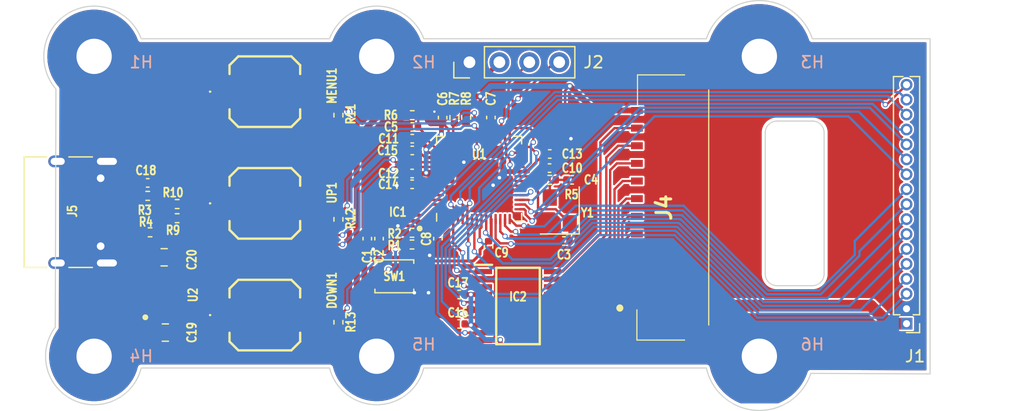
<source format=kicad_pcb>
(kicad_pcb (version 20221018) (generator pcbnew)
  (layers (0 "F.Cu" signal) (31 "B.Cu" signal) (34 "B.Paste" user) (35 "F.Paste" user) (36 "B.SilkS" user "B.Silkscreen") (37 "F.SilkS" user "F.Silkscreen") (38 "B.Mask" user) (39 "F.Mask" user) (44 "Edge.Cuts" user))
  (net 0 "")
  (net 1 "+3.3V")
  (net 2 "GND")
  (net 3 "Net-(U1-XIN)")
  (net 4 "Net-(C4-Pad1)")
  (net 5 "/uc block/ADC_AVDD")
  (net 6 "+1V1")
  (net 7 "+5V")
  (net 8 "/uc block/QSPI_CS")
  (net 9 "/uc block/QSPI_1")
  (net 10 "/uc block/QSPI_2")
  (net 11 "/uc block/QSPI_0")
  (net 12 "/uc block/QSPI_CLK")
  (net 13 "/uc block/QSPI_3")
  (net 14 "/LVDS TX BLOCK/TX1")
  (net 15 "/LVDS TX BLOCK/TX2")
  (net 16 "/LVDS TX BLOCK/TX3")
  (net 17 "/LVDS TX BLOCK/TX4")
  (net 18 "/LVDS TX BLOCK/RX1")
  (net 19 "/LVDS TX BLOCK/5B")
  (net 20 "/LVDS TX BLOCK/5A")
  (net 21 "/LVDS TX BLOCK/4Z")
  (net 22 "/LVDS TX BLOCK/4Y")
  (net 23 "/LVDS TX BLOCK/3Z")
  (net 24 "/LVDS TX BLOCK/3Y")
  (net 25 "/LVDS TX BLOCK/2Z")
  (net 26 "/LVDS TX BLOCK/2Y")
  (net 27 "/LVDS TX BLOCK/1Z")
  (net 28 "/LVDS TX BLOCK/1Y")
  (net 29 "/uc block/CS12")
  (net 30 "/uc block/CS11")
  (net 31 "/uc block/CS10")
  (net 32 "/uc block/CS9")
  (net 33 "/uc block/CS8")
  (net 34 "/uc block/CS7")
  (net 35 "/uc block/CS6")
  (net 36 "/uc block/CS5")
  (net 37 "/uc block/CS4")
  (net 38 "/uc block/CS3")
  (net 39 "/uc block/CS2")
  (net 40 "/uc block/CS1")
  (net 41 "/uc block/SCK")
  (net 42 "/uc block/SDO")
  (net 43 "/uc block/SDI")
  (net 44 "/uc block/SDA")
  (net 45 "/uc block/SCL")
  (net 46 "Net-(J5-CC1)")
  (net 47 "/USB BLOCK/D+")
  (net 48 "/USB BLOCK/D-")
  (net 50 "Net-(J5-CC2)")
  (net 52 "/uc block/Boot")
  (net 53 "Net-(U1-XOUT)")
  (net 54 "/uc block/GPIO_29")
  (net 55 "Net-(U1-USB_DP)")
  (net 56 "Net-(U1-USB_DM)")
  (net 57 "/uc block/SW1")
  (net 58 "/uc block/SW2")
  (net 59 "/uc block/SW3")
  (net 60 "/uc block/RESET")
  (footprint "Connector_PinHeader_2.54mm:PinHeader_1x04_P2.54mm_Vertical" (layer "F.Cu") (at 143.88 102 90)
    (fp_text reference "J2")
    (fp_text value "Conn_01x04")
  )
  (footprint "Resistor_SMD:R_0402_1005Metric" (layer "F.Cu") (at 119.0524 114.0606)
    (fp_text reference "R10")
    (fp_text value "27R")
  )
  (footprint "SamacSys_Parts:430133050816" (layer "F.Cu") (at 126.5 104.5)
    (fp_text reference "MENU1")
    (fp_text value "430133050816" hide)
  )
  (footprint "Resistor_SMD:R_0402_1005Metric" (layer "F.Cu") (at 142.6 106.69 90)
    (fp_text reference "R7")
    (fp_text value "200K")
  )
  (footprint "Resistor_SMD:R_0402_1005Metric" (layer "F.Cu") (at 139 117.5)
    (fp_text reference "R1")
    (fp_text value "1K")
  )
  (footprint "Capacitor_SMD:C_0402_1005Metric" (layer "F.Cu") (at 139.02 107.5 180)
    (fp_text reference "C5")
    (fp_text value "0.1uF")
  )
  (footprint "Resistor_SMD:R_0402_1005Metric" (layer "F.Cu") (at 116.5524 113.3606)
    (fp_text reference "R3")
    (fp_text value "5.1k")
  )
  (footprint "Capacitor_SMD:C_0402_1005Metric" (layer "F.Cu") (at 150.7 109.8)
    (fp_text reference "C13")
    (fp_text value "0.1uF")
  )
  (footprint "SamacSys_Parts:SON50P300X200X60-9N" (layer "F.Cu") (at 137.8 114.7375 180)
    (fp_text reference "IC1")
    (fp_text value "W25Q16JVUXIQ_TR" hide)
  )
  (footprint "Crystal:Crystal_SMD_3225-4Pin_3.2x2.5mm" (layer "F.Cu") (at 151.55 114.6 90)
    (fp_text reference "Y1")
    (fp_text value "ABM8-12.000MHZ-12-B1U-T" hide)
  )
  (footprint "Package_DFN_QFN:QFN-56-1EP_7x7mm_P0.4mm_EP3.2x3.2mm" (layer "F.Cu") (at 144.7 111.9 90)
    (fp_text reference "U1")
    (fp_text value "RP2040")
  )
  (footprint "Capacitor_SMD:C_0402_1005Metric" (layer "F.Cu") (at 136.2 117 -90)
    (fp_text reference "C2")
    (fp_text value "2.2uF")
  )
  (footprint "SamacSys_Parts:430133050816" (layer "F.Cu") (at 126.5 114)
    (fp_text reference "UP1")
    (fp_text value "430133050816" hide)
  )
  (footprint "Capacitor_SMD:C_0402_1005Metric" (layer "F.Cu") (at 141.6 106.7075 90)
    (fp_text reference "C6")
    (fp_text value "0.1uF")
  )
  (footprint "Capacitor_SMD:C_0402_1005Metric" (layer "F.Cu") (at 139.02 109.5 180)
    (fp_text reference "C15")
    (fp_text value "2.2uF")
  )
  (footprint "Capacitor_SMD:C_0402_1005Metric" (layer "F.Cu") (at 139.01 111.46 180)
    (fp_text reference "C12")
    (fp_text value "2.2uF")
  )
  (footprint "Resistor_SMD:R_0402_1005Metric" (layer "F.Cu") (at 143.6 106.69 -90)
    (fp_text reference "R8")
    (fp_text value "200K")
  )
  (footprint "Resistor_SMD:R_0402_1005Metric" (layer "F.Cu") (at 119.0524 115.2606)
    (fp_text reference "R9")
    (fp_text value "27R")
  )
  (footprint "Capacitor_SMD:C_0402_1005Metric" (layer "F.Cu") (at 150.68 111)
    (fp_text reference "C10")
    (fp_text value "0.1uF")
  )
  (footprint "Capacitor_SMD:C_0805_2012Metric" (layer "F.Cu") (at 118.05 124.9866)
    (fp_text reference "C19")
    (fp_text value "10uF 10V")
  )
  (footprint "Connector_USB:USB_C_Receptacle_HRO_TYPE-C-31-M-12" (layer "F.Cu") (at 109.955 114.75 -90)
    (fp_text reference "J5")
    (fp_text value "USB_C_Receptacle_USB2.0")
  )
  (footprint "SamacSys_Parts:430133050816" (layer "F.Cu") (at 126.5 123.5)
    (fp_text reference "DOWN1")
    (fp_text value "430133050816" hide)
  )
  (footprint "Capacitor_SMD:C_0402_1005Metric" (layer "F.Cu") (at 116.5524 112.2606)
    (fp_text reference "C18")
    (fp_text value "0.1uF")
  )
  (footprint "SamacSys_Parts:SON95P300X300X100-7N-D" (layer "F.Cu") (at 118 121.7866 90)
    (fp_text reference "U2")
    (fp_text value "LD39200PU33R" hide)
  )
  (footprint "Resistor_SMD:R_0402_1005Metric" (layer "F.Cu") (at 150.7 112 180)
    (fp_text reference "R5")
    (fp_text value "1K")
  )
  (footprint "SamacSys_Parts:PinHeader_1x17_P1.27mm_Vertical-modified" (layer "F.Cu") (at 181 124.230003 180)
    (fp_text reference "J1")
    (fp_text value "Conn_01x17")
  )
  (footprint "Capacitor_SMD:C_0402_1005Metric" (layer "F.Cu") (at 151.9 117.2 180)
    (fp_text reference "C3")
    (fp_text value "15pF")
  )
  (footprint "Resistor_SMD:R_0402_1005Metric" (layer "F.Cu") (at 132.75 124.11 -90)
    (fp_text reference "R13")
    (fp_text value "10k")
  )
  (footprint "Resistor_SMD:R_0402_1005Metric" (layer "F.Cu") (at 132.75 106.5 -90)
    (fp_text reference "R11")
    (fp_text value "10k")
  )
  (footprint "Capacitor_SMD:C_0402_1005Metric" (layer "F.Cu") (at 139.02 108.5 180)
    (fp_text reference "C11")
    (fp_text value "0.1uF")
  )
  (footprint "Resistor_SMD:R_0402_1005Metric" (layer "F.Cu") (at 139.02 106.5)
    (fp_text reference "R6")
    (fp_text value "1R")
  )
  (footprint "Capacitor_SMD:C_0402_1005Metric" (layer "F.Cu") (at 143 124.25 180)
    (fp_text reference "C16")
    (fp_text value "0.1uF")
  )
  (footprint "Capacitor_SMD:C_0402_1005Metric" (layer "F.Cu") (at 152.6 112)
    (fp_text reference "C4")
    (fp_text value "15pF")
  )
  (footprint "Capacitor_SMD:C_0402_1005Metric" (layer "F.Cu") (at 143 121.75 180)
    (fp_text reference "C17")
    (fp_text value "0.001uF")
  )
  (footprint "Resistor_SMD:R_0402_1005Metric" (layer "F.Cu") (at 139 116.5)
    (fp_text reference "R2")
    (fp_text value "10K")
  )
  (footprint "Capacitor_SMD:C_0402_1005Metric" (layer "F.Cu") (at 141.2 117 -90)
    (fp_text reference "C8")
    (fp_text value "0.1uF")
  )
  (footprint "Capacitor_SMD:C_0402_1005Metric" (layer "F.Cu") (at 145.5 117.7 -90)
    (fp_text reference "C9")
    (fp_text value "0.1uF")
  )
  (footprint "Capacitor_SMD:C_0805_2012Metric" (layer "F.Cu") (at 117.95 118.5866)
    (fp_text reference "C20")
    (fp_text value "10uF 10V")
  )
  (footprint "SamacSys_Parts:5040501291" (layer "F.Cu") (at 161.15 114.35 -90)
    (fp_text reference "J4")
    (fp_text value "504050-1291" hide)
  )
  (footprint "Capacitor_SMD:C_0402_1005Metric" (layer "F.Cu") (at 135.2 117 -90)
    (fp_text reference "C1")
    (fp_text value "0.1uF")
  )
  (footprint "Resistor_SMD:R_0402_1005Metric" (layer "F.Cu") (at 116.7524 116.4606)
    (fp_text reference "R4")
    (fp_text value "5.1k")
  )
  (footprint "Button_Switch_SMD:SW_SPST_B3U-1000P" (layer "F.Cu") (at 137.5 120.2)
    (fp_text reference "SW1")
    (fp_text value "Boot SW")
  )
  (footprint "Resistor_SMD:R_0402_1005Metric" (layer "F.Cu") (at 132.75 115.36 -90)
    (fp_text reference "R12")
    (fp_text value "10k")
  )
  (footprint "Capacitor_SMD:C_0402_1005Metric" (layer "F.Cu") (at 145.7 106.7 90)
    (fp_text reference "C7")
    (fp_text value "0.1uF")
  )
  (footprint "SamacSys_Parts:SOP65P640X120-20N" (layer "F.Cu") (at 148 122.725)
    (fp_text reference "IC2")
    (fp_text value "SN65LVDT41QPWREP" hide)
  )
  (footprint "Capacitor_SMD:C_0402_1005Metric" (layer "F.Cu") (at 139.01 112.38 180)
    (fp_text reference "C14")
    (fp_text value "0.1uF")
  )
  (footprint "Mounting_Wuerth:Mounting_Wuerth_WA-SMSI-M2_H2mm_9774020243" (layer "B.Cu") (at 136 127 180)
    (fp_text reference "H5")
    (fp_text value "MountingHole_Pad" hide)
  )
  (footprint "Mounting_Wuerth:Mounting_Wuerth_WA-SMSI-M2_H2mm_9774020243" (layer "B.Cu") (at 168.5 101.5 180)
    (fp_text reference "H3")
    (fp_text value "MountingHole_Pad" hide)
  )
  (footprint "Mounting_Wuerth:Mounting_Wuerth_WA-SMSI-M2_H2mm_9774020243" (layer "B.Cu") (at 136 101.5 180)
    (fp_text reference "H2")
    (fp_text value "MountingHole_Pad" hide)
  )
  (footprint "Mounting_Wuerth:Mounting_Wuerth_WA-SMSI-M2_H2mm_9774020243" (layer "B.Cu") (at 112 127 180)
    (fp_text reference "H4")
    (fp_text value "MountingHole_Pad" hide)
  )
  (footprint "Mounting_Wuerth:Mounting_Wuerth_WA-SMSI-M2_H2mm_9774020243" (layer "B.Cu") (at 168.5 127 180)
    (fp_text reference "H6")
    (fp_text value "MountingHole_Pad" hide)
  )
  (footprint "Mounting_Wuerth:Mounting_Wuerth_WA-SMSI-M2_H2mm_9774020243" (layer "B.Cu") (at 112 101.5 180)
    (fp_text reference "H1")
    (fp_text value "MountingHole_Pad" hide)
  )
  (gr_line (start 116 128) (end 132 128) (stroke (width 0.1)) (layer "Edge.Cuts"))
  (gr_line (start 170 107) (end 173 107) (stroke (width 0.1)) (layer "Edge.Cuts"))
  (gr_line (start 108.756455 104.280181) (end 108.701516 124.526137) (stroke (width 0.1)) (layer "Edge.Cuts"))
  (gr_line (start 116 100) (end 132 100) (stroke (width 0.1)) (layer "Edge.Cuts"))
  (gr_arc (start 139.999999 128) (mid 136 131.123105) (end 132.000001 128) (stroke (width 0.1)) (layer "Edge.Cuts"))
  (gr_arc (start 115.999999 128) (mid 110.228006 130.722906) (end 108.701516 124.526137) (stroke (width 0.1)) (layer "Edge.Cuts"))
  (gr_line (start 140 128) (end 164 128) (stroke (width 0.1)) (layer "Edge.Cuts"))
  (gr_line (start 173 100) (end 183 100) (stroke (width 0.1)) (layer "Edge.Cuts"))
  (gr_line (start 170 121) (end 173 121) (stroke (width 0.1)) (layer "Edge.Cuts"))
  (gr_arc (start 172.873214 128.457738) (mid 168.262514 131.603651) (end 164 128) (stroke (width 0.1)) (layer "Edge.Cuts"))
  (gr_arc (start 169 108) (mid 169.292893 107.292893) (end 170 107) (stroke (width 0.1)) (layer "Edge.Cuts"))
  (gr_line (start 169 108) (end 169 120) (stroke (width 0.1)) (layer "Edge.Cuts"))
  (gr_arc (start 173 107) (mid 173.707107 107.292893) (end 174 108) (stroke (width 0.1)) (layer "Edge.Cuts"))
  (gr_line (start 183 128.5) (end 172.873214 128.457738) (stroke (width 0.1)) (layer "Edge.Cuts"))
  (gr_arc (start 164 100) (mid 168.5 96.756584) (end 173 100) (stroke (width 0.1)) (layer "Edge.Cuts"))
  (gr_arc (start 132.000001 100) (mid 136 97.227999) (end 139.999999 100) (stroke (width 0.1)) (layer "Edge.Cuts"))
  (gr_arc (start 174 120) (mid 173.707107 120.707107) (end 173 121) (stroke (width 0.1)) (layer "Edge.Cuts"))
  (gr_line (start 174 108) (end 174 120) (stroke (width 0.1)) (layer "Edge.Cuts"))
  (gr_line (start 183 100) (end 183 128.5) (stroke (width 0.1)) (layer "Edge.Cuts"))
  (gr_arc (start 108.756455 104.280181) (mid 109.826744 97.8221) (end 115.999999 100) (stroke (width 0.1)) (layer "Edge.Cuts"))
  (gr_arc (start 170 121) (mid 169.292893 120.707107) (end 169 120) (stroke (width 0.1)) (layer "Edge.Cuts"))
  (gr_line (start 140 100) (end 164 100) (stroke (width 0.1)) (layer "Edge.Cuts"))
  (segment (start 134.31 119.5) (end 134.31 124.313614) (width 0.5) (layer "F.Cu") (net 1))
  (segment (start 151.56 110.34) (end 151.999994 109.900006) (width 0.2) (layer "F.Cu") (net 1))
  (segment (start 144.8 104.9) (end 144.8 106.28) (width 0.3) (layer "F.Cu") (net 1))
  (segment (start 139 118.7) (end 139.2 118.9) (width 0.25) (layer "F.Cu") (net 1))
  (segment (start 135.2 116.52) (end 136.2 116.52) (width 0.5) (layer "F.Cu") (net 1))
  (segment (start 145.062 124.35) (end 144 124.35) (width 0.4) (layer "F.Cu") (net 1))
  (segment (start 140.3 117.762062) (end 140.3 117.3) (width 0.5) (layer "F.Cu") (net 1))
  (segment (start 142.1 115.3375) (end 142.1 115.8) (width 0.2) (layer "F.Cu") (net 1))
  (segment (start 150.2 111) (end 150.86 110.34) (width 0.2) (layer "F.Cu") (net 1))
  (segment (start 139.5 108.5) (end 140.2 109.2) (width 0.4) (layer "F.Cu") (net 1))
  (segment (start 145.7 108.4625) (end 145.7 107.18) (width 0.2) (layer "F.Cu") (net 1))
  (segment (start 133.91 107.01) (end 132.75 107.01) (width 0.5) (layer "F.Cu") (net 1))
  (segment (start 136.2 116.52) (end 138.47 116.52) (width 0.5) (layer "F.Cu") (net 1))
  (segment (start 177.969997 122.7) (end 179.5 124.230003) (width 1) (layer "F.Cu") (net 1))
  (segment (start 142.1 107.6875) (end 141.6 107.1875) (width 0.2) (layer "F.Cu") (net 1))
  (segment (start 139.49 111.46) (end 140.14 111.46) (width 0.4) (layer "F.Cu") (net 1))
  (segment (start 144.8 106.28) (end 145.7 107.18) (width 0.3) (layer "F.Cu") (net 1))
  (segment (start 117.1 124.9866) (end 117.1 125.7116) (width 1) (layer "F.Cu") (net 1))
  (segment (start 133.352002 124.403614) (end 134.4 124.403614) (width 1) (layer "F.Cu") (net 1))
  (segment (start 141.2625 109.7) (end 140.474598 109.7) (width 0.2) (layer "F.Cu") (net 1))
  (segment (start 140.345 106.945) (end 140.5875 107.1875) (width 0.5) (layer "F.Cu") (net 1))
  (segment (start 138.51 106.5) (end 138.51 106.180001) (width 0.5) (layer "F.Cu") (net 1))
  (segment (start 154.48 106.1) (end 152.4 104.02) (width 0.5) (layer "F.Cu") (net 1))
  (segment (start 134.31 124.313614) (end 134.4 124.403614) (width 0.5) (layer "F.Cu") (net 1))
  (segment (start 117.1 125.7116) (end 117.73 126.3416) (width 1) (layer "F.Cu") (net 1))
  (segment (start 139.362062 118.7) (end 140.3 117.762062) (width 0.5) (layer "F.Cu") (net 1))
  (segment (start 117.73 126.3416) (end 131.414016 126.3416) (width 1) (layer "F.Cu") (net 1))
  (segment (start 138.47 116.52) (end 138.49 116.5) (width 0.5) (layer "F.Cu") (net 1))
  (segment (start 136.4 116.32) (end 136.2 116.52) (width 0.2) (layer "F.Cu") (net 1))
  (segment (start 140.3 117.3) (end 141.08 116.52) (width 0.5) (layer "F.Cu") (net 1))
  (segment (start 140.345 105.845) (end 140.345 106.945) (width 0.5) (layer "F.Cu") (net 1))
  (segment (start 160.06 122.7) (end 177.969997 122.7) (width 1) (layer "F.Cu") (net 1))
  (segment (start 117.05 124.9366) (end 117.1 124.9866) (width 0.4) (layer "F.Cu") (net 1))
  (segment (start 134.07 115.87) (end 132.75 115.87) (width 0.5) (layer "F.Cu") (net 1))
  (segment (start 140.5875 107.1875) (end 141.6 107.1875) (width 0.5) (layer "F.Cu") (net 1))
  (segment (start 136.21 106.5) (end 138.51 106.5) (width 0.5) (layer "F.Cu") (net 1))
  (segment (start 139.122501 105.5675) (end 140.0675 105.5675) (width 0.5) (layer "F.Cu") (net 1))
  (segment (start 139 118.7) (end 139.362062 118.7) (width 0.5) (layer "F.Cu") (net 1))
  (segment (start 143.58 124.35) (end 143.48 124.25) (width 0.4) (layer "F.Cu") (net 1))
  (segment (start 144.78 118.32) (end 144.78 117.94) (width 0.25) (layer "F.Cu") (net 1))
  (segment (start 156.255 126.505) (end 160.06 122.7) (width 1) (layer "F.Cu") (net 1))
  (segment (start 134.3 119.49) (end 134.3 117.110001) (width 0.5) (layer "F.Cu") (net 1))
  (segment (start 150.2 111) (end 149.5 111.7) (width 0.2) (layer "F.Cu") (net 1))
  (segment (start 134.3 117.110001) (end 134.3 116.1) (width 0.5) (layer "F.Cu") (net 1))
  (segment (start 138.51 106.180001) (end 139.122501 105.5675) (width 0.5) (layer "F.Cu") (net 1))
  (segment (start 179.5 124.230003) (end 181 124.230003) (width 1) (layer "F.Cu") (net 1))
  (segment (start 134.3 116.1) (end 134.07 115.87) (width 0.5) (layer "F.Cu") (net 1))
  (segment (start 117.05 123.2866) (end 117.05 124.9366) (width 0.4) (layer "F.Cu") (net 1))
  (segment (start 134.4 124.403614) (end 141.270788 124.403614) (width 1) (layer "F.Cu") (net 1))
  (segment (start 140.735 104.9) (end 144.8 104.9) (width 0.5) (layer "F.Cu") (net 1))
  (segment (start 158.1 106.1) (end 154.48 106.1) (width 0.5) (layer "F.Cu") (net 1))
  (segment (start 144.78 117.94) (end 145.5 117.22) (width 0.25) (layer "F.Cu") (net 1))
  (segment (start 143.48 121.75) (end 144 121.75) (width 0.4) (layer "F.Cu") (net 1))
  (segment (start 140.0675 105.5675) (end 140.735 104.9) (width 0.5) (layer "F.Cu") (net 1))
  (segment (start 145.062 121.75) (end 144 121.75) (width 0.4) (layer "F.Cu") (net 1))
  (segment (start 151.999994 104.420006) (end 152.4 104.02) (width 0.2) (layer "F.Cu") (net 1))
  (segment (start 146.5 126.305) (end 146.7 126.505) (width 0.4) (layer "F.Cu") (net 1))
  (segment (start 134.3 107.4) (end 133.91 107.01) (width 0.5) (layer "F.Cu") (net 1))
  (segment (start 134.3 108.41) (end 134.3 107.4) (width 0.5) (layer "F.Cu") (net 1))
  (segment (start 146.7 126.505) (end 156.255 126.505) (width 1) (layer "F.Cu") (net 1))
  (segment (start 145.7255 116.9945) (end 145.5 117.22) (width 0.25) (layer "F.Cu") (net 1))
  (segment (start 139.2 118.9) (end 144.2 118.9) (width 0.25) (layer "F.Cu") (net 1))
  (segment (start 141.5 108.125402) (end 141.5 107.2875) (width 0.4) (layer "F.Cu") (net 1))
  (segment (start 140.14 111.46) (end 140.2 111.4) (width 0.4) (layer "F.Cu") (net 1))
  (segment (start 134.3 108.41) (end 136.21 106.5) (width 0.5) (layer "F.Cu") (net 1))
  (segment (start 141.38 116.52) (end 141.199998 116.52) (width 0.2) (layer "F.Cu") (net 1))
  (segment (start 146.5 125.6) (end 146.5 126.305) (width 0.4) (layer "F.Cu") (net 1))
  (segment (start 145.7 115.3375) (end 145.7255 115.363) (width 0.25) (layer "F.Cu") (net 1))
  (segment (start 142.6 106.18) (end 142.6 106.1875) (width 0.2) (layer "F.Cu") (net 1))
  (segment (start 141.270788 124.403614) (end 143.372174 126.505) (width 1) (layer "F.Cu") (net 1))
  (segment (start 131.414016 126.3416) (end 133.352002 124.403614) (width 1) (layer "F.Cu") (net 1))
  (segment (start 140.0675 105.5675) (end 140.345 105.845) (width 0.5) (layer "F.Cu") (net 1))
  (segment (start 141.5 107.2875) (end 141.6 107.1875) (width 0.4) (layer "F.Cu") (net 1))
  (segment (start 140.2 109.2) (end 140.2 109.425402) (width 0.4) (layer "F.Cu") (net 1))
  (segment (start 135.11 118.7) (end 134.31 119.5) (width 0.5) (layer "F.Cu") (net 1))
  (segment (start 142.1 108.4625) (end 142.1 107.6875) (width 0.2) (layer "F.Cu") (net 1))
  (segment (start 142.6 106.1875) (end 141.6 107.1875) (width 0.2) (layer "F.Cu") (net 1))
  (segment (start 136.4 115.4875) (end 136.4 116.32) (width 0.2) (layer "F.Cu") (net 1))
  (segment (start 134.3 117.110001) (end 134.890001 116.52) (width 0.5) (layer "F.Cu") (net 1))
  (segment (start 134.3 116.1) (end 134.3 108.41) (width 0.5) (layer "F.Cu") (net 1))
  (segment (start 117.05 123.2866) (end 118 123.2866) (width 0.4) (layer "F.Cu") (net 1))
  (segment (start 151.999994 109.900006) (end 151.999994 104.420006) (width 0.2) (layer "F.Cu") (net 1))
  (segment (start 134.890001 116.52) (end 135.2 116.52) (width 0.5) (layer "F.Cu") (net 1))
  (segment (start 134.31 119.5) (end 134.3 119.49) (width 0.5) (layer "F.Cu") (net 1))
  (segment (start 139 118.7) (end 135.11 118.7) (width 0.5) (layer "F.Cu") (net 1))
  (segment (start 150.86 110.34) (end 151.56 110.34) (width 0.2) (layer "F.Cu") (net 1))
  (segment (start 145.7255 115.363) (end 145.7255 116.9945) (width 0.25) (layer "F.Cu") (net 1))
  (segment (start 143.372174 126.505) (end 146.7 126.505) (width 1) (layer "F.Cu") (net 1))
  (segment (start 140.474598 109.7) (end 140.2 109.425402) (width 0.2) (layer "F.Cu") (net 1))
  (segment (start 144.2 118.9) (end 144.78 118.32) (width 0.25) (layer "F.Cu") (net 1))
  (segment (start 149.5 111.7) (end 148.1375 111.7) (width 0.2) (layer "F.Cu") (net 1))
  (segment (start 142.1 115.8) (end 141.38 116.52) (width 0.2) (layer "F.Cu") (net 1))
  (segment (start 141.08 116.52) (end 141.199998 116.52) (width 0.5) (layer "F.Cu") (net 1))
  (segment (start 144 124.35) (end 143.58 124.35) (width 0.4) (layer "F.Cu") (net 1))
  (via (at 141.5 108.125402) (size 0.45) (drill 0.3) (layers "F.Cu" "B.Cu") (net 1))
  (via (at 144 121.75) (size 0.45) (drill 0.3) (layers "F.Cu" "B.Cu") (net 1))
  (via (at 140.2 111.4) (size 0.45) (drill 0.3) (layers "F.Cu" "B.Cu") (net 1))
  (via (at 144.8 104.9) (size 0.45) (drill 0.3) (layers "F.Cu" "B.Cu") (net 1))
  (via (at 140.2 109.425402) (size 0.45) (drill 0.3) (layers "F.Cu" "B.Cu") (net 1))
  (via (at 152.4 104.02) (size 0.45) (drill 0.3) (layers "F.Cu" "B.Cu") (net 1))
  (via (at 144 124.35) (size 0.45) (drill 0.3) (layers "F.Cu" "B.Cu") (net 1))
  (via (at 146.5 125.6) (size 0.45) (drill 0.3) (layers "F.Cu" "B.Cu") (net 1))
  (segment (start 145.68 104.02) (end 152.4 104.02) (width 0.5) (layer "B.Cu") (net 1))
  (segment (start 145.25 125.6) (end 146.5 125.6) (width 0.4) (layer "B.Cu") (net 1))
  (segment (start 144 121.75) (end 144 124.35) (width 0.4) (layer "B.Cu") (net 1))
  (segment (start 144.8 104.9) (end 145.68 104.02) (width 0.5) (layer "B.Cu") (net 1))
  (segment (start 140.2 111.4) (end 140.2 109.425402) (width 0.4) (layer "B.Cu") (net 1))
  (segment (start 140.2 109.425402) (end 141.5 108.125402) (width 0.4) (layer "B.Cu") (net 1))
  (segment (start 144 124.35) (end 145.25 125.6) (width 0.4) (layer "B.Cu") (net 1))
  (segment (start 138.53 112.38) (end 137.813 112.38) (width 0.2) (layer "F.Cu") (net 2))
  (segment (start 136.2 117.48) (end 136.1155 117.48) (width 0.4) (layer "F.Cu") (net 2))
  (segment (start 140.495917 118.4205) (end 140.495917 118.312292) (width 0.25) (layer "F.Cu") (net 2))
  (segment (start 141.2 117.608209) (end 141.2 117.48) (width 0.25) (layer "F.Cu") (net 2))
  (segment (start 138.55 113.9875) (end 137.8 114.7375) (width 0.2) (layer "F.Cu") (net 2))
  (segment (start 145.5 118.18) (end 146.6 119.28) (width 0.25) (layer "F.Cu") (net 2))
  (segment (start 146.6 119.8995) (end 146.0495 120.45) (width 0.25) (layer "F.Cu") (net 2))
  (segment (start 137.8 114.7375) (end 137.8 115.9155) (width 0.2) (layer "F.Cu") (net 2))
  (segment (start 146.343469 111.9) (end 146.423476 111.819993) (width 0.25) (layer "F.Cu") (net 2))
  (segment (start 139.2 113.9875) (end 138.55 113.9875) (width 0.2) (layer "F.Cu") (net 2))
  (segment (start 144.7 111.9) (end 146.343469 111.9) (width 0.25) (layer "F.Cu") (net 2))
  (segment (start 139.2 121.6) (end 140.4 121.6) (width 0.4) (layer "F.Cu") (net 2))
  (segment (start 137.813 112.38) (end 137.7 112.493) (width 0.2) (layer "F.Cu") (net 2))
  (segment (start 138.53 111.46) (end 138.53 112.38) (width 0.2) (layer "F.Cu") (net 2))
  (segment (start 136.1155 117.48) (end 135.7 117.8955) (width 0.4) (layer "F.Cu") (net 2))
  (segment (start 146.0495 120.45) (end 145.062 120.45) (width 0.25) (layer "F.Cu") (net 2))
  (segment (start 140.9275 106.2275) (end 140.9 106.2) (width 0.2) (layer "F.Cu") (net 2))
  (segment (start 144.7 111.9) (end 144.7 111.8) (width 0.25) (layer "F.Cu") (net 2))
  (segment (start 140.495917 118.312292) (end 141.2 117.608209) (width 0.25) (layer "F.Cu") (net 2))
  (segment (start 144.7 111.9) (end 145.4 111.9) (width 0.25) (layer "F.Cu") (net 2))
  (segment (start 144.7 111.8) (end 143.4 110.5) (width 0.25) (layer "F.Cu") (net 2))
  (segment (start 141.6 106.2275) (end 140.9275 106.2275) (width 0.2) (layer "F.Cu") (net 2))
  (segment (start 139.2 120.2) (end 139.2 121.6) (width 0.4) (layer "F.Cu") (net 2))
  (segment (start 146.6 119.28) (end 146.6 119.8995) (width 0.25) (layer "F.Cu") (net 2))
  (segment (start 145.4 111.9) (end 145.8 112.3) (width 0.25) (layer "F.Cu") (net 2))
  (via (at 143.4 110.5) (size 0.45) (drill 0.3) (layers "F.Cu" "B.Cu") (net 2))
  (via (at 140.9 106.2) (size 0.35) (drill 0.2) (layers "F.Cu" "B.Cu") (net 2))
  (via (at 135.7 117.8955) (size 0.45) (drill 0.3) (layers "F.Cu" "B.Cu") (net 2))
  (via (at 139.2 121.6) (size 0.45) (drill 0.3) (layers "F.Cu" "B.Cu") (net 2))
  (via (at 145.887225 112.456244) (size 0.45) (drill 0.3) (layers "F.Cu" "B.Cu") (net 2))
  (via (at 137.7 112.493) (size 0.45) (drill 0.3) (layers "F.Cu" "B.Cu") (net 2))
  (via (at 152.5 108.5) (size 0.45) (drill 0.3) (layers "F.Cu" "B.Cu") (net 2))
  (via (at 140.495917 118.4205) (size 0.45) (drill 0.3) (layers "F.Cu" "B.Cu") (net 2))
  (via (at 137.8 115.9155) (size 0.45) (drill 0.3) (layers "F.Cu" "B.Cu") (net 2))
  (via (at 140.4 121.6) (size 0.45) (drill 0.3) (layers "F.Cu" "B.Cu") (net 2))
  (via (at 146.423476 111.819993) (size 0.45) (drill 0.3) (layers "F.Cu" "B.Cu") (net 2))
  (segment (start 152.4 115.7) (end 151.2 114.5) (width 0.2) (layer "F.Cu") (net 3))
  (segment (start 151.2 114.5) (end 149.8 114.5) (width 0.2) (layer "F.Cu") (net 3))
  (segment (start 152.38 117.2) (end 152.38 115.72) (width 0.2) (layer "F.Cu") (net 3))
  (segment (start 152.38 115.72) (end 152.4 115.7) (width 0.2) (layer "F.Cu") (net 3))
  (segment (start 149.8 114.5) (end 149.7 114.4) (width 0.2) (layer "F.Cu") (net 3))
  (segment (start 149.7 114.4) (end 149.7 113) (width 0.2) (layer "F.Cu") (net 3))
  (segment (start 149.2 112.5) (end 148.1375 112.5) (width 0.2) (layer "F.Cu") (net 3))
  (segment (start 149.7 113) (end 149.2 112.5) (width 0.2) (layer "F.Cu") (net 3))
  (segment (start 151.21 112) (end 152.12 112) (width 0.2) (layer "F.Cu") (net 4))
  (segment (start 150.7 112.51) (end 151.21 112) (width 0.2) (layer "F.Cu") (net 4))
  (segment (start 150.7 113.5) (end 150.7 112.51) (width 0.2) (layer "F.Cu") (net 4))
  (segment (start 140.3 108.3) (end 140.3 108.6) (width 0.2) (layer "F.Cu") (net 5))
  (segment (start 140.3 108.6) (end 141 109.3) (width 0.2) (layer "F.Cu") (net 5))
  (segment (start 141 109.3) (end 141.2625 109.3) (width 0.2) (layer "F.Cu") (net 5))
  (segment (start 139.5 107.5) (end 140.3 108.3) (width 0.2) (layer "F.Cu") (net 5))
  (segment (start 139.53 106.5) (end 139.53 107.47) (width 0.2) (layer "F.Cu") (net 5))
  (segment (start 139.53 107.47) (end 139.5 107.5) (width 0.2) (layer "F.Cu") (net 5))
  (segment (start 148.72 111.3) (end 148.1375 111.3) (width 0.2) (layer "F.Cu") (net 6))
  (segment (start 140.1 112.4) (end 139.48 112.4) (width 0.2) (layer "F.Cu") (net 6))
  (segment (start 141.2625 112.1) (end 140.4 112.1) (width 0.2) (layer "F.Cu") (net 6))
  (segment (start 150.22 109.8) (end 148.72 111.3) (width 0.2) (layer "F.Cu") (net 6))
  (segment (start 140.4 112.1) (end 140.1 112.4) (width 0.2) (layer "F.Cu") (net 6))
  (segment (start 140.1 110.1) (end 141.2625 110.1) (width 0.2) (layer "F.Cu") (net 6))
  (segment (start 139.5 109.5) (end 140.1 110.1) (width 0.2) (layer "F.Cu") (net 6))
  (segment (start 144.62 103.8) (end 146.42 102) (width 0.4) (layer "F.Cu") (net 7))
  (segment (start 120.6 102.8) (end 131.8 102.8) (width 0.4) (layer "F.Cu") (net 7))
  (segment (start 113.065 112.3) (end 114 112.3) (width 0.5) (layer "F.Cu") (net 7))
  (segment (start 114 112.3) (end 116.033 112.3) (width 0.5) (layer "F.Cu") (net 7))
  (segment (start 111.9524 113.4126) (end 113.065 112.3) (width 0.5) (layer "F.Cu") (net 7))
  (segment (start 116.033 112.3) (end 116.0724 112.2606) (width 0.5) (layer "F.Cu") (net 7))
  (segment (start 114 117.2) (end 112.9918 117.2) (width 0.5) (layer "F.Cu") (net 7))
  (segment (start 117.05 120.2866) (end 118 120.2866) (width 0.4) (layer "F.Cu") (net 7))
  (segment (start 112.9918 117.2) (end 111.9524 116.1606) (width 0.5) (layer "F.Cu") (net 7))
  (segment (start 117 118.5866) (end 115.6134 117.2) (width 0.5) (layer "F.Cu") (net 7))
  (segment (start 111.9524 116.1606) (end 111.9524 113.4126) (width 0.5) (layer "F.Cu") (net 7))
  (segment (start 116.0724 107.3276) (end 120.6 102.8) (width 0.4) (layer "F.Cu") (net 7))
  (segment (start 116.0724 112.2606) (end 116.0724 107.3276) (width 0.4) (layer "F.Cu") (net 7))
  (segment (start 132.8 103.8) (end 144.62 103.8) (width 0.4) (layer "F.Cu") (net 7))
  (segment (start 115.6134 117.2) (end 114 117.2) (width 0.5) (layer "F.Cu") (net 7))
  (segment (start 131.8 102.8) (end 132.8 103.8) (width 0.4) (layer "F.Cu") (net 7))
  (segment (start 117.05 120.2866) (end 117.05 118.6366) (width 0.4) (layer "F.Cu") (net 7))
  (segment (start 140.8 114.5) (end 139.8125 115.4875) (width 0.2) (layer "F.Cu") (net 8))
  (segment (start 139.8125 115.4875) (end 139.2 115.4875) (width 0.2) (layer "F.Cu") (net 8))
  (segment (start 139.51 116.5) (end 139.51 115.7975) (width 0.2) (layer "F.Cu") (net 8))
  (segment (start 139.51 117.5) (end 139.51 116.5) (width 0.2) (layer "F.Cu") (net 8))
  (segment (start 141.2625 114.5) (end 140.8 114.5) (width 0.2) (layer "F.Cu") (net 8))
  (segment (start 139.51 115.7975) (end 139.2 115.4875) (width 0.2) (layer "F.Cu") (net 8))
  (segment (start 140.73331 114.1) (end 139.84581 114.9875) (width 0.2) (layer "F.Cu") (net 9))
  (segment (start 139.84581 114.9875) (end 139.2 114.9875) (width 0.2) (layer "F.Cu") (net 9))
  (segment (start 141.2625 114.1) (end 140.73331 114.1) (width 0.2) (layer "F.Cu") (net 9))
  (segment (start 140.66662 113.7) (end 141.2625 113.7) (width 0.2) (layer "F.Cu") (net 10))
  (segment (start 139.2 114.4875) (end 139.87912 114.4875) (width 0.2) (layer "F.Cu") (net 10))
  (segment (start 139.87912 114.4875) (end 140.66662 113.7) (width 0.2) (layer "F.Cu") (net 10))
  (segment (start 137.3925 113.6075) (end 137.0125 113.9875) (width 0.2) (layer "F.Cu") (net 11))
  (segment (start 140.2925 113.6075) (end 137.3925 113.6075) (width 0.2) (layer "F.Cu") (net 11))
  (segment (start 140.6 113.3) (end 140.2925 113.6075) (width 0.2) (layer "F.Cu") (net 11))
  (segment (start 141.2625 113.3) (end 140.6 113.3) (width 0.2) (layer "F.Cu") (net 11))
  (segment (start 137.0125 113.9875) (end 136.4 113.9875) (width 0.2) (layer "F.Cu") (net 11))
  (segment (start 135.6 114.2475) (end 135.84 114.4875) (width 0.2) (layer "F.Cu") (net 12))
  (segment (start 136.05 113.2775) (end 135.6 113.7275) (width 0.2) (layer "F.Cu") (net 12))
  (segment (start 135.6 113.7275) (end 135.6 114.2475) (width 0.2) (layer "F.Cu") (net 12))
  (segment (start 140.15581 113.2775) (end 136.05 113.2775) (width 0.2) (layer "F.Cu") (net 12))
  (segment (start 140.53331 112.9) (end 140.15581 113.2775) (width 0.2) (layer "F.Cu") (net 12))
  (segment (start 135.84 114.4875) (end 136.4 114.4875) (width 0.2) (layer "F.Cu") (net 12))
  (segment (start 141.2625 112.9) (end 140.53331 112.9) (width 0.2) (layer "F.Cu") (net 12))
  (segment (start 135.91331 112.9475) (end 135.27 113.59081) (width 0.2) (layer "F.Cu") (net 13))
  (segment (start 135.270001 114.507501) (end 135.75 114.9875) (width 0.2) (layer "F.Cu") (net 13))
  (segment (start 140.46662 112.5) (end 140.01912 112.9475) (width 0.2) (layer "F.Cu") (net 13))
  (segment (start 141.2625 112.5) (end 140.46662 112.5) (width 0.2) (layer "F.Cu") (net 13))
  (segment (start 140.01912 112.9475) (end 135.91331 112.9475) (width 0.2) (layer "F.Cu") (net 13))
  (segment (start 135.75 114.9875) (end 136.4 114.9875) (width 0.2) (layer "F.Cu") (net 13))
  (segment (start 135.27 113.59081) (end 135.270001 114.507501) (width 0.2) (layer "F.Cu") (net 13))
  (segment (start 148.1375 113.3) (end 148.8 113.3) (width 0.2) (layer "F.Cu") (net 14))
  (segment (start 142.8 119.7) (end 142.9 119.8) (width 0.2) (layer "F.Cu") (net 14))
  (segment (start 142.9 119.8) (end 145.062 119.8) (width 0.2) (layer "F.Cu") (net 14))
  (segment (start 148.8 113.3) (end 149.078619 113.021381) (width 0.2) (layer "F.Cu") (net 14))
  (via (at 142.8 119.7) (size 0.45) (drill 0.3) (layers "F.Cu" "B.Cu") (net 14))
  (via (at 149.078619 113.021381) (size 0.45) (drill 0.3) (layers "F.Cu" "B.Cu") (net 14))
  (segment (start 142.6 118.00007) (end 147.30007 113.3) (width 0.2) (layer "B.Cu") (net 14))
  (segment (start 142.6 119.5) (end 142.6 118.00007) (width 0.2) (layer "B.Cu") (net 14))
  (segment (start 148.8 113.3) (end 149.078619 113.021381) (width 0.2) (layer "B.Cu") (net 14))
  (segment (start 142.8 119.7) (end 142.6 119.5) (width 0.2) (layer "B.Cu") (net 14))
  (segment (start 147.30007 113.3) (end 148.8 113.3) (width 0.2) (layer "B.Cu") (net 14))
  (segment (start 148.1375 109.3) (end 148.2375 109.2) (width 0.2) (layer "F.Cu") (net 15))
  (segment (start 149.033619 109.2) (end 149.555 109.721381) (width 0.2) (layer "F.Cu") (net 15))
  (segment (start 143.5 121.1) (end 145.062 121.1) (width 0.2) (layer "F.Cu") (net 15))
  (segment (start 148.2375 109.2) (end 149.033619 109.2) (width 0.2) (layer "F.Cu") (net 15))
  (segment (start 143.4 121) (end 143.5 121.1) (width 0.2) (layer "F.Cu") (net 15))
  (via (at 149.555 109.721381) (size 0.45) (drill 0.3) (layers "F.Cu" "B.Cu") (net 15))
  (via (at 143.4 121) (size 0.45) (drill 0.3) (layers "F.Cu" "B.Cu") (net 15))
  (segment (start 142.19 117.94338) (end 149.555 110.57838) (width 0.2) (layer "B.Cu") (net 15))
  (segment (start 143.4 121) (end 142.19 119.79) (width 0.2) (layer "B.Cu") (net 15))
  (segment (start 149.555 110.57838) (end 149.555 109.721381) (width 0.2) (layer "B.Cu") (net 15))
  (segment (start 142.19 119.79) (end 142.19 117.94338) (width 0.2) (layer "B.Cu") (net 15))
  (segment (start 149.3 107.9) (end 149 107.6) (width 0.2) (layer "F.Cu") (net 16))
  (segment (start 143.5 122.4) (end 145.062 122.4) (width 0.2) (layer "F.Cu") (net 16))
  (segment (start 149 107.6) (end 147.6 107.6) (width 0.2) (layer "F.Cu") (net 16))
  (segment (start 143.4 122.5) (end 143.5 122.4) (width 0.2) (layer "F.Cu") (net 16))
  (segment (start 149.3 108.8) (end 149.3 107.9) (width 0.2) (layer "F.Cu") (net 16))
  (segment (start 147.3 107.9) (end 147.3 108.4625) (width 0.2) (layer "F.Cu") (net 16))
  (segment (start 147.6 107.6) (end 147.3 107.9) (width 0.2) (layer "F.Cu") (net 16))
  (via (at 143.4 122.5) (size 0.45) (drill 0.3) (layers "F.Cu" "B.Cu") (net 16))
  (via (at 149.3 108.8) (size 0.45) (drill 0.3) (layers "F.Cu" "B.Cu") (net 16))
  (segment (start 149.1 110.56669) (end 149.1 109) (width 0.2) (layer "B.Cu") (net 16))
  (segment (start 141.86 120.96) (end 141.86 117.80669) (width 0.2) (layer "B.Cu") (net 16))
  (segment (start 141.86 117.80669) (end 149.1 110.56669) (width 0.2) (layer "B.Cu") (net 16))
  (segment (start 149.1 109) (end 149.3 108.8) (width 0.2) (layer "B.Cu") (net 16))
  (segment (start 143.4 122.5) (end 141.86 120.96) (width 0.2) (layer "B.Cu") (net 16))
  (segment (start 147 108.997366) (end 147 109.9) (width 0.2) (layer "F.Cu") (net 17))
  (segment (start 146.9 108.897366) (end 147 108.997366) (width 0.2) (layer "F.Cu") (net 17))
  (segment (start 143.5 123.7) (end 145.062 123.7) (width 0.2) (layer "F.Cu") (net 17))
  (segment (start 147 109.9) (end 147.321734 110.221734) (width 0.2) (layer "F.Cu") (net 17))
  (segment (start 143.2 123.4) (end 143.5 123.7) (width 0.2) (layer "F.Cu") (net 17))
  (segment (start 147.321734 110.221734) (end 147.321734 110.721734) (width 0.2) (layer "F.Cu") (net 17))
  (segment (start 146.9 108.4625) (end 146.9 108.897366) (width 0.2) (layer "F.Cu") (net 17))
  (via (at 143.2 123.4) (size 0.45) (drill 0.3) (layers "F.Cu" "B.Cu") (net 17))
  (via (at 147.321734 110.721734) (size 0.45) (drill 0.3) (layers "F.Cu" "B.Cu") (net 17))
  (segment (start 147.321734 111.878266) (end 147.321734 110.721734) (width 0.2) (layer "B.Cu") (net 17))
  (segment (start 141.53 117.67) (end 147.321734 111.878266) (width 0.2) (layer "B.Cu") (net 17))
  (segment (start 143.2 123.4) (end 142.6 123.4) (width 0.2) (layer "B.Cu") (net 17))
  (segment (start 142.6 123.4) (end 141.53 122.33) (width 0.2) (layer "B.Cu") (net 17))
  (segment (start 141.53 122.33) (end 141.53 117.67) (width 0.2) (layer "B.Cu") (net 17))
  (segment (start 147.526605 109.7) (end 147.485037 109.741568) (width 0.2) (layer "F.Cu") (net 18))
  (segment (start 143.5 125) (end 145.062 125) (width 0.2) (layer "F.Cu") (net 18))
  (segment (start 148.1375 109.7) (end 147.526605 109.7) (width 0.2) (layer "F.Cu") (net 18))
  (via (at 143.5 125) (size 0.45) (drill 0.3) (layers "F.Cu" "B.Cu") (net 18))
  (via (at 147.485037 109.741568) (size 0.45) (drill 0.3) (layers "F.Cu" "B.Cu") (net 18))
  (segment (start 143.5 125) (end 142.9 125) (width 0.2) (layer "B.Cu") (net 18))
  (segment (start 144.7 112.7) (end 146.5 110.9) (width 0.2) (layer "B.Cu") (net 18))
  (segment (start 142.9 125) (end 141.2 123.3) (width 0.2) (layer "B.Cu") (net 18))
  (segment (start 147.3 109.8) (end 147.5 109.8) (width 0.2) (layer "B.Cu") (net 18))
  (segment (start 146.5 110.9) (end 146.5 110.6) (width 0.2) (layer "B.Cu") (net 18))
  (segment (start 146.5 110.6) (end 147.3 109.8) (width 0.2) (layer "B.Cu") (net 18))
  (segment (start 141.2 117.354502) (end 144.7 113.854502) (width 0.2) (layer "B.Cu") (net 18))
  (segment (start 141.2 123.3) (end 141.2 117.354502) (width 0.2) (layer "B.Cu") (net 18))
  (segment (start 144.7 113.854502) (end 144.7 112.7) (width 0.2) (layer "B.Cu") (net 18))
  (segment (start 150.938 125.65) (end 151.61669 125.65) (width 0.2) (layer "F.Cu") (net 19))
  (segment (start 151.61669 125.65) (end 156.16669 121.1) (width 0.2) (layer "F.Cu") (net 19))
  (segment (start 156.16669 121.1) (end 158.1 121.1) (width 0.2) (layer "F.Cu") (net 19))
  (segment (start 157.2 119.6) (end 158.1 119.6) (width 0.2) (layer "F.Cu") (net 20))
  (segment (start 150.938 125) (end 151.8 125) (width 0.2) (layer "F.Cu") (net 20))
  (segment (start 151.8 125) (end 157.2 119.6) (width 0.2) (layer "F.Cu") (net 20))
  (segment (start 151.95 124.35) (end 158.1 118.2) (width 0.2) (layer "F.Cu") (net 21))
  (segment (start 158.1 118.2) (end 158.1 118.1) (width 0.2) (layer "F.Cu") (net 21))
  (segment (start 150.938 124.35) (end 151.95 124.35) (width 0.2) (layer "F.Cu") (net 21))
  (segment (start 157.6 116.6) (end 158.1 116.6) (width 0.2) (layer "F.Cu") (net 22))
  (segment (start 151.8 123.7) (end 157.19 118.31) (width 0.2) (layer "F.Cu") (net 22))
  (segment (start 157.19 118.31) (end 157.19 117.01) (width 0.2) (layer "F.Cu") (net 22))
  (segment (start 157.19 117.01) (end 157.6 116.6) (width 0.2) (layer "F.Cu") (net 22))
  (segment (start 150.938 123.7) (end 151.8 123.7) (width 0.2) (layer "F.Cu") (net 22))
  (segment (start 157.4 115.1) (end 156.86 115.64) (width 0.2) (layer "F.Cu") (net 23))
  (segment (start 151.8755 123.05) (end 150.938 123.05) (width 0.2) (layer "F.Cu") (net 23))
  (segment (start 156.86 118.0655) (end 151.8755 123.05) (width 0.2) (layer "F.Cu") (net 23))
  (segment (start 158.1 115.1) (end 157.4 115.1) (width 0.2) (layer "F.Cu") (net 23))
  (segment (start 156.86 115.64) (end 156.86 118.0655) (width 0.2) (layer "F.Cu") (net 23))
  (segment (start 156.53 117.47) (end 151.6 122.4) (width 0.2) (layer "F.Cu") (net 24))
  (segment (start 158.1 113.6) (end 157.2 113.6) (width 0.2) (layer "F.Cu") (net 24))
  (segment (start 157.2 113.6) (end 156.53 114.27) (width 0.2) (layer "F.Cu") (net 24))
  (segment (start 151.6 122.4) (end 150.938 122.4) (width 0.2) (layer "F.Cu") (net 24))
  (segment (start 156.53 114.27) (end 156.53 117.47) (width 0.2) (layer "F.Cu") (net 24))
  (segment (start 156.2 117.2605) (end 156.2 112.8) (width 0.2) (layer "F.Cu") (net 25))
  (segment (start 150.938 121.75) (end 151.7105 121.75) (width 0.2) (layer "F.Cu") (net 25))
  (segment (start 156.2 112.8) (end 156.9 112.1) (width 0.2) (layer "F.Cu") (net 25))
  (segment (start 156.9 112.1) (end 158.1 112.1) (width 0.2) (layer "F.Cu") (net 25))
  (segment (start 151.7105 121.75) (end 156.2 117.2605) (width 0.2) (layer "F.Cu") (net 25))
  (segment (start 156.4 110.6) (end 158.1 110.6) (width 0.2) (layer "F.Cu") (net 26))
  (segment (start 155.83 116.87) (end 155.83 111.17) (width 0.2) (layer "F.Cu") (net 26))
  (segment (start 155.83 111.17) (end 156.4 110.6) (width 0.2) (layer "F.Cu") (net 26))
  (segment (start 150.938 121.1) (end 151.6 121.1) (width 0.2) (layer "F.Cu") (net 26))
  (segment (start 151.6 121.1) (end 155.83 116.87) (width 0.2) (layer "F.Cu") (net 26))
  (segment (start 151.7105 120.45) (end 155.5 116.6605) (width 0.2) (layer "F.Cu") (net 27))
  (segment (start 150.938 120.45) (end 151.7105 120.45) (width 0.2) (layer "F.Cu") (net 27))
  (segment (start 155.5 116.6605) (end 155.5 110.1) (width 0.2) (layer "F.Cu") (net 27))
  (segment (start 156.5 109.1) (end 158.1 109.1) (width 0.2) (layer "F.Cu") (net 27))
  (segment (start 155.5 110.1) (end 156.5 109.1) (width 0.2) (layer "F.Cu") (net 27))
  (segment (start 155 108.8) (end 156.2 107.6) (width 0.2) (layer "F.Cu") (net 28))
  (segment (start 155 116.6) (end 155 108.8) (width 0.2) (layer "F.Cu") (net 28))
  (segment (start 151.8 119.8) (end 155 116.6) (width 0.2) (layer "F.Cu") (net 28))
  (segment (start 156.2 107.6) (end 158.1 107.6) (width 0.2) (layer "F.Cu") (net 28))
  (segment (start 150.938 119.8) (end 151.8 119.8) (width 0.2) (layer "F.Cu") (net 28))
  (segment (start 142.5 117.4) (end 142.5 115.3375) (width 0.2) (layer "F.Cu") (net 29))
  (segment (start 143.3 118.2) (end 142.5 117.4) (width 0.2) (layer "F.Cu") (net 29))
  (via (at 143.3 118.2) (size 0.45) (drill 0.3) (layers "F.Cu" "B.Cu") (net 29))
  (segment (start 168.318131 123.718131) (end 178.971872 123.718131) (width 0.2) (layer "B.Cu") (net 29))
  (segment (start 143.3 118.985563) (end 146.014437 121.7) (width 0.2) (layer "B.Cu") (net 29))
  (segment (start 161.3 116.7) (end 168.318131 123.718131) (width 0.2) (layer "B.Cu") (net 29))
  (segment (start 178.971872 123.718131) (end 181 121.690003) (width 0.2) (layer "B.Cu") (net 29))
  (segment (start 149.8 121.7) (end 154.8 116.7) (width 0.2) (layer "B.Cu") (net 29))
  (segment (start 146.014437 121.7) (end 149.8 121.7) (width 0.2) (layer "B.Cu") (net 29))
  (segment (start 143.3 118.2) (end 143.3 118.985563) (width 0.2) (layer "B.Cu") (net 29))
  (segment (start 154.8 116.7) (end 161.3 116.7) (width 0.2) (layer "B.Cu") (net 29))
  (segment (start 144.1 115.89993) (end 144.1 115.3375) (width 0.2) (layer "F.Cu") (net 30))
  (segment (start 143.770566 116.229364) (end 144.1 115.89993) (width 0.2) (layer "F.Cu") (net 30))
  (segment (start 143.770566 117.472265) (end 143.770566 116.229364) (width 0.2) (layer "F.Cu") (net 30))
  (via (at 143.770566 117.472265) (size 0.45) (drill 0.3) (layers "F.Cu" "B.Cu") (net 30))
  (segment (start 154.7 116.32) (end 150.59 120.43) (width 0.2) (layer "B.Cu") (net 30))
  (segment (start 143.770566 118.814034) (end 143.770566 117.472265) (width 0.2) (layer "B.Cu") (net 30))
  (segment (start 178.031872 123.388131) (end 168.454821 123.388131) (width 0.2) (layer "B.Cu") (net 30))
  (segment (start 145.386532 120.43) (end 143.770566 118.814034) (width 0.2) (layer "B.Cu") (net 30))
  (segment (start 181 120.420003) (end 178.031872 123.388131) (width 0.2) (layer "B.Cu") (net 30))
  (segment (start 161.32 116.32) (end 154.7 116.32) (width 0.2) (layer "B.Cu") (net 30))
  (segment (start 150.59 120.43) (end 145.386532 120.43) (width 0.2) (layer "B.Cu") (net 30))
  (segment (start 168.454821 123.388131) (end 161.43669 116.37) (width 0.2) (layer "B.Cu") (net 30))
  (segment (start 161.37 116.37) (end 161.32 116.32) (width 0.2) (layer "B.Cu") (net 30))
  (segment (start 161.43669 116.37) (end 161.37 116.37) (width 0.2) (layer "B.Cu") (net 30))
  (segment (start 144.295 116.17162) (end 144.5 115.96662) (width 0.2) (layer "F.Cu") (net 31))
  (segment (start 144.3 118.1) (end 144.295 118.095) (width 0.2) (layer "F.Cu") (net 31))
  (segment (start 144.5 115.96662) (end 144.5 115.3375) (width 0.2) (layer "F.Cu") (net 31))
  (segment (start 144.295 118.095) (end 144.295 116.17162) (width 0.2) (layer "F.Cu") (net 31))
  (via (at 144.3 118.1) (size 0.45) (drill 0.3) (layers "F.Cu" "B.Cu") (net 31))
  (segment (start 145.7 119.5) (end 144.3 118.1) (width 0.2) (layer "B.Cu") (net 31))
  (segment (start 161.49 115.99) (end 154.44338 115.99) (width 0.2) (layer "B.Cu") (net 31))
  (segment (start 161.57338 116.04) (end 161.540001 116.040001) (width 0.2) (layer "B.Cu") (net 31))
  (segment (start 168.583378 123.049998) (end 161.57338 116.04) (width 0.2) (layer "B.Cu") (net 31))
  (segment (start 177.100005 123.049998) (end 168.583378 123.049998) (width 0.2) (layer "B.Cu") (net 31))
  (segment (start 181 119.150003) (end 177.100005 123.049998) (width 0.2) (layer "B.Cu") (net 31))
  (segment (start 161.540001 116.040001) (end 161.49 115.99) (width 0.2) (layer "B.Cu") (net 31))
  (segment (start 154.44338 115.99) (end 150.93338 119.5) (width 0.2) (layer "B.Cu") (net 31))
  (segment (start 150.93338 119.5) (end 145.7 119.5) (width 0.2) (layer "B.Cu") (net 31))
  (segment (start 144.75 116.18331) (end 144.9 116.03331) (width 0.2) (layer "F.Cu") (net 32))
  (segment (start 144.75 117.15) (end 144.75 116.18331) (width 0.2) (layer "F.Cu") (net 32))
  (segment (start 144.9 116.03331) (end 144.9 115.3375) (width 0.2) (layer "F.Cu") (net 32))
  (via (at 144.75 117.15) (size 0.45) (drill 0.3) (layers "F.Cu" "B.Cu") (net 32))
  (segment (start 176.160011 122.719992) (end 181 117.880003) (width 0.2) (layer "B.Cu") (net 32))
  (segment (start 150.866691 119.099999) (end 154.30669 115.66) (width 0.2) (layer "B.Cu") (net 32))
  (segment (start 154.30669 115.66) (end 161.626691 115.660001) (width 0.2) (layer "B.Cu") (net 32))
  (segment (start 168.720062 122.719992) (end 176.160011 122.719992) (width 0.2) (layer "B.Cu") (net 32))
  (segment (start 144.75 117.15) (end 146.7 119.1) (width 0.2) (layer "B.Cu") (net 32))
  (segment (start 161.710067 115.709997) (end 168.720062 122.719992) (width 0.2) (layer "B.Cu") (net 32))
  (segment (start 161.676687 115.709997) (end 161.710067 115.709997) (width 0.2) (layer "B.Cu") (net 32))
  (segment (start 161.626691 115.660001) (end 161.676687 115.709997) (width 0.2) (layer "B.Cu") (net 32))
  (segment (start 146.7 119.1) (end 150.866691 119.099999) (width 0.2) (layer "B.Cu") (net 32))
  (segment (start 145.2455 116.5) (end 145.3 116.4455) (width 0.2) (layer "F.Cu") (net 33))
  (segment (start 145.3 116.4455) (end 145.3 115.3375) (width 0.2) (layer "F.Cu") (net 33))
  (via (at 145.2455 116.5) (size 0.45) (drill 0.3) (layers "F.Cu" "B.Cu") (net 33))
  (segment (start 154.17 115.33) (end 161.763382 115.330002) (width 0.2) (layer "B.Cu") (net 33))
  (segment (start 145.2455 116.5) (end 147.5155 118.77) (width 0.2) (layer "B.Cu") (net 33))
  (segment (start 161.763382 115.330002) (end 161.813373 115.379993) (width 0.2) (layer "B.Cu") (net 33))
  (segment (start 175.220011 122.389992) (end 181 116.610003) (width 0.2) (layer "B.Cu") (net 33))
  (segment (start 161.813373 115.379993) (end 161.846753 115.379993) (width 0.2) (layer "B.Cu") (net 33))
  (segment (start 161.846753 115.379993) (end 168.856752 122.389992) (width 0.2) (layer "B.Cu") (net 33))
  (segment (start 150.73 118.77) (end 154.17 115.33) (width 0.2) (layer "B.Cu") (net 33))
  (segment (start 168.856752 122.389992) (end 175.220011 122.389992) (width 0.2) (layer "B.Cu") (net 33))
  (segment (start 147.5155 118.77) (end 150.73 118.77) (width 0.2) (layer "B.Cu") (net 33))
  (segment (start 146.5 117.4) (end 146.1 117) (width 0.2) (layer "F.Cu") (net 34))
  (segment (start 146.1 117) (end 146.1 115.3375) (width 0.2) (layer "F.Cu") (net 34))
  (segment (start 147.3605 117.4) (end 146.5 117.4) (width 0.2) (layer "F.Cu") (net 34))
  (segment (start 147.4 117.4395) (end 147.3605 117.4) (width 0.2) (layer "F.Cu") (net 34))
  (via (at 147.4 117.4395) (size 0.45) (drill 0.3) (layers "F.Cu" "B.Cu") (net 34))
  (segment (start 161.950059 115.049989) (end 161.98342 115.049988) (width 0.2) (layer "B.Cu") (net 34))
  (segment (start 154.03331 115) (end 161.90007 115) (width 0.2) (layer "B.Cu") (net 34))
  (segment (start 161.98342 115.049988) (end 161.983425 115.049993) (width 0.2) (layer "B.Cu") (net 34))
  (segment (start 174.280011 122.059992) (end 181 115.340003) (width 0.2) (layer "B.Cu") (net 34))
  (segment (start 161.983443 115.049993) (end 168.993442 122.059992) (width 0.2) (layer "B.Cu") (net 34))
  (segment (start 151.59381 117.4395) (end 154.03331 115) (width 0.2) (layer "B.Cu") (net 34))
  (segment (start 161.90007 115) (end 161.950059 115.049989) (width 0.2) (layer "B.Cu") (net 34))
  (segment (start 147.4 117.4395) (end 151.59381 117.4395) (width 0.2) (layer "B.Cu") (net 34))
  (segment (start 168.993442 122.059992) (end 174.280011 122.059992) (width 0.2) (layer "B.Cu") (net 34))
  (segment (start 161.983425 115.049993) (end 161.983443 115.049993) (width 0.2) (layer "B.Cu") (net 34))
  (segment (start 146.5 116.400598) (end 146.5 115.3375) (width 0.2) (layer "F.Cu") (net 35))
  (segment (start 146.9 116.800598) (end 146.5 116.400598) (width 0.2) (layer "F.Cu") (net 35))
  (via (at 146.9 116.800598) (size 0.45) (drill 0.3) (layers "F.Cu" "B.Cu") (net 35))
  (segment (start 181 114.070003) (end 177 118.070003) (width 0.2) (layer "B.Cu") (net 35))
  (segment (start 177 118.450255) (end 173.720263 121.729992) (width 0.2) (layer "B.Cu") (net 35))
  (segment (start 169.130132 121.729992) (end 162.00014 114.6) (width 0.2) (layer "B.Cu") (net 35))
  (segment (start 151.015 116.985) (end 147.084402 116.985) (width 0.2) (layer "B.Cu") (net 35))
  (segment (start 177 118.070003) (end 177 118.450255) (width 0.2) (layer "B.Cu") (net 35))
  (segment (start 147.084402 116.985) (end 146.9 116.800598) (width 0.2) (layer "B.Cu") (net 35))
  (segment (start 173.720263 121.729992) (end 169.130132 121.729992) (width 0.2) (layer "B.Cu") (net 35))
  (segment (start 162.00014 114.6) (end 153.4 114.6) (width 0.2) (layer "B.Cu") (net 35))
  (segment (start 153.4 114.6) (end 151.015 116.985) (width 0.2) (layer "B.Cu") (net 35))
  (segment (start 147.8 116.4) (end 147.395 116.4) (width 0.2) (layer "F.Cu") (net 36))
  (segment (start 147.395 116.4) (end 146.9 115.905) (width 0.2) (layer "F.Cu") (net 36))
  (segment (start 146.9 115.905) (end 146.9 115.3375) (width 0.2) (layer "F.Cu") (net 36))
  (via (at 147.8 116.4) (size 0.45) (drill 0.3) (layers "F.Cu" "B.Cu") (net 36))
  (segment (start 169.266822 121.399992) (end 173.583573 121.399992) (width 0.2) (layer "B.Cu") (net 36))
  (segment (start 148.055 116.655) (end 150.445 116.655) (width 0.2) (layer "B.Cu") (net 36))
  (segment (start 176.6 117.200003) (end 181 112.800003) (width 0.2) (layer "B.Cu") (net 36))
  (segment (start 147.8 116.4) (end 148.055 116.655) (width 0.2) (layer "B.Cu") (net 36))
  (segment (start 152.9 114.2) (end 162.06683 114.2) (width 0.2) (layer "B.Cu") (net 36))
  (segment (start 150.445 116.655) (end 152.9 114.2) (width 0.2) (layer "B.Cu") (net 36))
  (segment (start 162.06683 114.2) (end 169.266822 121.399992) (width 0.2) (layer "B.Cu") (net 36))
  (segment (start 176.6 118.383565) (end 176.6 117.200003) (width 0.2) (layer "B.Cu") (net 36))
  (segment (start 173.583573 121.399992) (end 176.6 118.383565) (width 0.2) (layer "B.Cu") (net 36))
  (segment (start 147.8625 115.9) (end 148.5 115.9) (width 0.2) (layer "F.Cu") (net 37))
  (segment (start 147.3 115.3375) (end 147.8625 115.9) (width 0.2) (layer "F.Cu") (net 37))
  (via (at 148.5 115.9) (size 0.45) (drill 0.3) (layers "F.Cu" "B.Cu") (net 37))
  (segment (start 148.555 115.955) (end 148.5 115.9) (width 0.2) (layer "B.Cu") (net 37))
  (segment (start 176.069997 106.6) (end 159.6 106.6) (width 0.2) (layer "B.Cu") (net 37))
  (segment (start 181 111.530003) (end 176.069997 106.6) (width 0.2) (layer "B.Cu") (net 37))
  (segment (start 159.6 106.6) (end 150.245 115.955) (width 0.2) (layer "B.Cu") (net 37))
  (segment (start 150.245 115.955) (end 148.555 115.955) (width 0.2) (layer "B.Cu") (net 37))
  (segment (start 148.53331 114.5) (end 148.645 114.61169) (width 0.2) (layer "F.Cu") (net 38))
  (segment (start 148.1375 114.5) (end 148.53331 114.5) (width 0.2) (layer "F.Cu") (net 38))
  (segment (start 148.645 114.61169) (end 148.645 114.945) (width 0.2) (layer "F.Cu") (net 38))
  (segment (start 148.645 114.945) (end 149.2 115.5) (width 0.2) (layer "F.Cu") (net 38))
  (via (at 149.2 115.5) (size 0.45) (drill 0.3) (layers "F.Cu" "B.Cu") (net 38))
  (segment (start 149.2 115.5) (end 158.5 106.2) (width 0.2) (layer "B.Cu") (net 38))
  (segment (start 158.5 106.2) (end 176.939997 106.2) (width 0.2) (layer "B.Cu") (net 38))
  (segment (start 176.939997 106.2) (end 181 110.260003) (width 0.2) (layer "B.Cu") (net 38))
  (segment (start 149.1 114.7) (end 149.1 114.6) (width 0.2) (layer "F.Cu") (net 39))
  (segment (start 149.1 114.6) (end 148.6 114.1) (width 0.2) (layer "F.Cu") (net 39))
  (segment (start 148.6 114.1) (end 148.1375 114.1) (width 0.2) (layer "F.Cu") (net 39))
  (via (at 149.1 114.7) (size 0.45) (drill 0.3) (layers "F.Cu" "B.Cu") (net 39))
  (segment (start 177.879998 105.870001) (end 158.363309 105.870001) (width 0.2) (layer "B.Cu") (net 39))
  (segment (start 149.53331 114.7) (end 149.1 114.7) (width 0.2) (layer "B.Cu") (net 39))
  (segment (start 181 108.990003) (end 177.879998 105.870001) (width 0.2) (layer "B.Cu") (net 39))
  (segment (start 158.363309 105.870001) (end 149.53331 114.7) (width 0.2) (layer "B.Cu") (net 39))
  (segment (start 149.1 113.9) (end 148.9 113.7) (width 0.2) (layer "F.Cu") (net 40))
  (segment (start 148.9 113.7) (end 148.1375 113.7) (width 0.2) (layer "F.Cu") (net 40))
  (via (at 149.1 113.9) (size 0.45) (drill 0.3) (layers "F.Cu" "B.Cu") (net 40))
  (segment (start 181 107.720003) (end 180.292894 107.720003) (width 0.2) (layer "B.Cu") (net 40))
  (segment (start 180.292894 107.720003) (end 178.112891 105.54) (width 0.2) (layer "B.Cu") (net 40))
  (segment (start 178.112891 105.54) (end 157.46 105.54) (width 0.2) (layer "B.Cu") (net 40))
  (segment (start 157.46 105.54) (end 149.1 113.9) (width 0.2) (layer "B.Cu") (net 40))
  (segment (start 143.3 115.3375) (end 143.3 114.1) (width 0.2) (layer "F.Cu") (net 41))
  (segment (start 143.3 114.1) (end 143.1 113.9) (width 0.2) (layer "F.Cu") (net 41))
  (via (at 143.1 113.9) (size 0.45) (drill 0.3) (layers "F.Cu" "B.Cu") (net 41))
  (segment (start 181 106.450003) (end 179.419997 104.87) (width 0.2) (layer "B.Cu") (net 41))
  (segment (start 143.1 113.016447) (end 143.1 113.9) (width 0.2) (layer "B.Cu") (net 41))
  (segment (start 151.246447 104.87) (end 143.1 113.016447) (width 0.2) (layer "B.Cu") (net 41))
  (segment (start 179.419997 104.87) (end 151.246447 104.87) (width 0.2) (layer "B.Cu") (net 41))
  (segment (start 142.9 114.7) (end 142.3 114.1) (width 0.2) (layer "F.Cu") (net 42))
  (segment (start 142.9 115.3375) (end 142.9 114.7) (width 0.2) (layer "F.Cu") (net 42))
  (via (at 142.3 114.1) (size 0.45) (drill 0.3) (layers "F.Cu" "B.Cu") (net 42))
  (segment (start 180.359997 104.54) (end 151.109757 104.54) (width 0.2) (layer "B.Cu") (net 42))
  (segment (start 142.3 113.349757) (end 142.3 114.1) (width 0.2) (layer "B.Cu") (net 42))
  (segment (start 181 105.180003) (end 180.359997 104.54) (width 0.2) (layer "B.Cu") (net 42))
  (segment (start 151.109757 104.54) (end 142.3 113.349757) (width 0.2) (layer "B.Cu") (net 42))
  (segment (start 143.7 115.83324) (end 143.7 115.3375) (width 0.2) (layer "F.Cu") (net 43))
  (segment (start 179.310003 105.6) (end 179.2 105.6) (width 0.2) (layer "F.Cu") (net 43))
  (segment (start 143.7 115.3375) (end 143.7 114.2) (width 0.2) (layer "F.Cu") (net 43))
  (segment (start 143.7 114.2) (end 143.9 114) (width 0.2) (layer "F.Cu") (net 43))
  (segment (start 181 103.910003) (end 179.310003 105.6) (width 0.2) (layer "F.Cu") (net 43))
  (via (at 143.9 114) (size 0.45) (drill 0.3) (layers "F.Cu" "B.Cu") (net 43))
  (via (at 179.2 105.6) (size 0.45) (drill 0.3) (layers "F.Cu" "B.Cu") (net 43))
  (segment (start 143.9 112.683137) (end 151.383137 105.2) (width 0.2) (layer "B.Cu") (net 43))
  (segment (start 143.9 114) (end 143.9 112.683137) (width 0.2) (layer "B.Cu") (net 43))
  (segment (start 151.383137 105.2) (end 178.8 105.2) (width 0.2) (layer "B.Cu") (net 43))
  (segment (start 178.8 105.2) (end 179.2 105.6) (width 0.2) (layer "B.Cu") (net 43))
  (segment (start 146.5 108.025) (end 147.2 107.325) (width 0.2) (layer "F.Cu") (net 44))
  (segment (start 146.5 108.4625) (end 146.5 108.025) (width 0.2) (layer "F.Cu") (net 44))
  (segment (start 147.2 107.325) (end 147.2 103.76) (width 0.2) (layer "F.Cu") (net 44))
  (segment (start 147.2 103.76) (end 148.96 102) (width 0.2) (layer "F.Cu") (net 44))
  (segment (start 146.6 107.3) (end 146.1 107.8) (width 0.2) (layer "F.Cu") (net 45))
  (segment (start 146.1 107.8) (end 146.1 108.4625) (width 0.2) (layer "F.Cu") (net 45))
  (segment (start 151.1 102) (end 151.5 102) (width 0.2) (layer "F.Cu") (net 45))
  (segment (start 146.6 107) (end 146.6 107.3) (width 0.2) (layer "F.Cu") (net 45))
  (segment (start 148 105.1) (end 151.1 102) (width 0.2) (layer "F.Cu") (net 45))
  (via (at 146.6 107) (size 0.45) (drill 0.3) (layers "F.Cu" "B.Cu") (net 45))
  (via (at 148 105.1) (size 0.45) (drill 0.3) (layers "F.Cu" "B.Cu") (net 45))
  (segment (start 147 106.6) (end 147 106.05) (width 0.2) (layer "B.Cu") (net 45))
  (segment (start 147 106.05) (end 147.95 105.1) (width 0.2) (layer "B.Cu") (net 45))
  (segment (start 147.95 105.1) (end 148 105.1) (width 0.2) (layer "B.Cu") (net 45))
  (segment (start 146.6 107) (end 147 106.6) (width 0.2) (layer "B.Cu") (net 45))
  (segment (start 116.003 113.5) (end 116.0424 113.4606) (width 0.3) (layer "F.Cu") (net 46))
  (segment (start 114 113.5) (end 116.003 113.5) (width 0.3) (layer "F.Cu") (net 46))
  (segment (start 115.025 114.5) (end 115.3524 114.8274) (width 0.3) (layer "F.Cu") (net 47))
  (segment (start 115.3524 114.8274) (end 115.3524 115.2606) (width 0.3) (layer "F.Cu") (net 47))
  (segment (start 118.5424 115.2606) (end 115.7856 115.2606) (width 0.3) (layer "F.Cu") (net 47))
  (segment (start 115.113 115.5) (end 114 115.5) (width 0.3) (layer "F.Cu") (net 47))
  (segment (start 115.7856 115.2606) (end 115.3524 114.8274) (width 0.3) (layer "F.Cu") (net 47))
  (segment (start 115.3524 115.2606) (end 115.113 115.5) (width 0.3) (layer "F.Cu") (net 47))
  (segment (start 114 114.5) (end 115.025 114.5) (width 0.3) (layer "F.Cu") (net 47))
  (segment (start 118.4818 114) (end 118.5424 114.0606) (width 0.3) (layer "F.Cu") (net 48))
  (segment (start 112.7824 114.8074) (end 112.975 115) (width 0.3) (layer "F.Cu") (net 48))
  (segment (start 114 114) (end 118.4818 114) (width 0.3) (layer "F.Cu") (net 48))
  (segment (start 112.975 115) (end 114 115) (width 0.3) (layer "F.Cu") (net 48))
  (segment (start 112.7824 114.1926) (end 112.7824 114.8074) (width 0.3) (layer "F.Cu") (net 48))
  (segment (start 114 114) (end 112.975 114) (width 0.3) (layer "F.Cu") (net 48))
  (segment (start 112.975 114) (end 112.7824 114.1926) (width 0.3) (layer "F.Cu") (net 48))
  (segment (start 116.203 116.5) (end 116.2424 116.4606) (width 0.3) (layer "F.Cu") (net 50))
  (segment (start 114 116.5) (end 116.203 116.5) (width 0.3) (layer "F.Cu") (net 50))
  (segment (start 136.4 120.2) (end 135.8 120.2) (width 0.25) (layer "F.Cu") (net 52))
  (segment (start 137.6 117.8955) (end 137.9955 117.5) (width 0.25) (layer "F.Cu") (net 52))
  (segment (start 137 119.6) (end 136.4 120.2) (width 0.25) (layer "F.Cu") (net 52))
  (segment (start 137.9955 117.5) (end 138.49 117.5) (width 0.25) (layer "F.Cu") (net 52))
  (via (at 137 119.6) (size 0.45) (drill 0.3) (layers "F.Cu" "B.Cu") (net 52))
  (via (at 137.6 117.8955) (size 0.45) (drill 0.3) (layers "F.Cu" "B.Cu") (net 52))
  (segment (start 137.6 117.8955) (end 137.6 119.3) (width 0.25) (layer "B.Cu") (net 52))
  (segment (start 137.3 119.6) (end 137 119.6) (width 0.25) (layer "B.Cu") (net 52))
  (segment (start 137.6 119.3) (end 137.3 119.6) (width 0.25) (layer "B.Cu") (net 52))
  (segment (start 150.19 112) (end 150.09 112.1) (width 0.2) (layer "F.Cu") (net 53))
  (segment (start 150.09 112.1) (end 148.1375 112.1) (width 0.2) (layer "F.Cu") (net 53))
  (segment (start 143.6 107.2) (end 142.6 107.2) (width 0.2) (layer "F.Cu") (net 54))
  (segment (start 142.5 107.3) (end 142.5 108.4625) (width 0.2) (layer "F.Cu") (net 54))
  (segment (start 142.6 107.2) (end 142.5 107.3) (width 0.2) (layer "F.Cu") (net 54))
  (segment (start 128.015725 117.5) (end 133.1 117.5) (width 0.2) (layer "F.Cu") (net 55))
  (segment (start 137.4 111.1) (end 137.6 110.9) (width 0.2) (layer "F.Cu") (net 55))
  (segment (start 137.6 110.9) (end 141.2625 110.9) (width 0.2) (layer "F.Cu") (net 55))
  (segment (start 126.3 117.8) (end 126.3 117.994823) (width 0.2) (layer "F.Cu") (net 55))
  (segment (start 121.8018 117.5) (end 126 117.5) (width 0.2) (layer "F.Cu") (net 55))
  (segment (start 119.5624 115.2606) (end 121.8018 117.5) (width 0.2) (layer "F.Cu") (net 55))
  (segment (start 126.9 117.994823) (end 126.9 117.8) (width 0.2) (layer "F.Cu") (net 55))
  (segment (start 127.2 117.5) (end 128.015725 117.5) (width 0.2) (layer "F.Cu") (net 55))
  (via (at 137.4 111.1) (size 0.45) (drill 0.3) (layers "F.Cu" "B.Cu") (net 55))
  (via (at 133.1 117.5) (size 0.45) (drill 0.3) (layers "F.Cu" "B.Cu") (net 55))
  (arc (start 126.9 117.8) (mid 126.987868 117.587868) (end 127.2 117.5) (width 0.2) (layer "F.Cu") (net 55))
  (arc (start 126.6 118.294823) (mid 126.812132 118.206955) (end 126.9 117.994823) (width 0.2) (layer "F.Cu") (net 55))
  (arc (start 126 117.5) (mid 126.212132 117.587868) (end 126.3 117.8) (width 0.2) (layer "F.Cu") (net 55))
  (arc (start 126.3 117.994823) (mid 126.387868 118.206955) (end 126.6 118.294823) (width 0.2) (layer "F.Cu") (net 55))
  (segment (start 134.535 113.065) (end 134.535 116.065) (width 0.2) (layer "B.Cu") (net 55))
  (segment (start 137.4 111.1) (end 136.5 111.1) (width 0.2) (layer "B.Cu") (net 55))
  (segment (start 136.5 111.1) (end 134.535 113.065) (width 0.2) (layer "B.Cu") (net 55))
  (segment (start 134.535 116.065) (end 133.1 117.5) (width 0.2) (layer "B.Cu") (net 55))
  (segment (start 137.6 110.5) (end 141.2625 110.5) (width 0.2) (layer "F.Cu") (net 56))
  (segment (start 137.4 110.3) (end 137.6 110.5) (width 0.2) (layer "F.Cu") (net 56))
  (segment (start 127.857964 116.7) (end 133.1 116.7) (width 0.2) (layer "F.Cu") (net 56))
  (segment (start 119.5624 114.0606) (end 122.2018 116.7) (width 0.2) (layer "F.Cu") (net 56))
  (segment (start 126.3 116.4) (end 126.3 116.217945) (width 0.2) (layer "F.Cu") (net 56))
  (segment (start 122.2018 116.7) (end 126 116.7) (width 0.2) (layer "F.Cu") (net 56))
  (segment (start 127.2 116.7) (end 127.857964 116.7) (width 0.2) (layer "F.Cu") (net 56))
  (segment (start 126.9 116.217945) (end 126.9 116.4) (width 0.2) (layer "F.Cu") (net 56))
  (via (at 137.4 110.3) (size 0.45) (drill 0.3) (layers "F.Cu" "B.Cu") (net 56))
  (via (at 133.1 116.7) (size 0.45) (drill 0.3) (layers "F.Cu" "B.Cu") (net 56))
  (arc (start 126 116.7) (mid 126.212132 116.612132) (end 126.3 116.4) (width 0.2) (layer "F.Cu") (net 56))
  (arc (start 126.3 116.217945) (mid 126.387868 116.005813) (end 126.6 115.917945) (width 0.2) (layer "F.Cu") (net 56))
  (arc (start 126.9 116.4) (mid 126.987868 116.612132) (end 127.2 116.7) (width 0.2) (layer "F.Cu") (net 56))
  (arc (start 126.6 115.917945) (mid 126.812132 116.005813) (end 126.9 116.217945) (width 0.2) (layer "F.Cu") (net 56))
  (segment (start 137.4 110.3) (end 136.7 110.3) (width 0.2) (layer "B.Cu") (net 56))
  (segment (start 134.205 115.595) (end 133.1 116.7) (width 0.2) (layer "B.Cu") (net 56))
  (segment (start 136.7 110.3) (end 134.205 112.795) (width 0.2) (layer "B.Cu") (net 56))
  (segment (start 134.205 112.795) (end 134.205 115.595) (width 0.2) (layer "B.Cu") (net 56))
  (segment (start 145.16 107.46857) (end 145.16 107.47714) (width 0.2) (layer "F.Cu") (net 57))
  (segment (start 130.99 105.99) (end 129.5 104.5) (width 0.2) (layer "F.Cu") (net 57))
  (segment (start 133.4 106) (end 132.76 106) (width 0.2) (layer "F.Cu") (net 57))
  (segment (start 132.76 106) (end 132.75 105.99) (width 0.2) (layer "F.Cu") (net 57))
  (segment (start 144.295902 106.604472) (end 145.16 107.46857) (width 0.2) (layer "F.Cu") (net 57))
  (segment (start 145.3 107.61714) (end 145.3 108.4625) (width 0.2) (layer "F.Cu") (net 57))
  (segment (start 144.295902 106.300164) (end 144.295902 106.604472) (width 0.2) (layer "F.Cu") (net 57))
  (segment (start 132.75 105.99) (end 130.99 105.99) (width 0.2) (layer "F.Cu") (net 57))
  (segment (start 133.6 106.2) (end 133.4 106) (width 0.2) (layer "F.Cu") (net 57))
  (segment (start 145.16 107.47714) (end 145.3 107.61714) (width 0.2) (layer "F.Cu") (net 57))
  (via (at 133.6 106.2) (size 0.45) (drill 0.3) (layers "F.Cu" "B.Cu") (net 57))
  (via (at 144.295902 106.300164) (size 0.45) (drill 0.3) (layers "F.Cu" "B.Cu") (net 57))
  (segment (start 143.399836 106.300164) (end 142.5 107.2) (width 0.2) (layer "B.Cu") (net 57))
  (segment (start 134.6 107.2) (end 133.6 106.2) (width 0.2) (layer "B.Cu") (net 57))
  (segment (start 142.5 107.2) (end 134.6 107.2) (width 0.2) (layer "B.Cu") (net 57))
  (segment (start 144.295902 106.300164) (end 143.399836 106.300164) (width 0.2) (layer "B.Cu") (net 57))
  (segment (start 130.5 114) (end 129.5 114) (width 0.2) (layer "F.Cu") (net 58))
  (segment (start 144.3 107.425) (end 144.9 108.025) (width 0.2) (layer "F.Cu") (net 58))
  (segment (start 131.35 114.85) (end 130.5 114) (width 0.2) (layer "F.Cu") (net 58))
  (segment (start 144.9 108.025) (end 144.9 108.4625) (width 0.2) (layer "F.Cu") (net 58))
  (segment (start 133.5 114.2) (end 132.85 114.85) (width 0.2) (layer "F.Cu") (net 58))
  (segment (start 132.75 114.85) (end 131.35 114.85) (width 0.2) (layer "F.Cu") (net 58))
  (segment (start 132.85 114.85) (end 132.75 114.85) (width 0.2) (layer "F.Cu") (net 58))
  (segment (start 144.3 107.4) (end 144.3 107.425) (width 0.2) (layer "F.Cu") (net 58))
  (via (at 144.3 107.4) (size 0.45) (drill 0.3) (layers "F.Cu" "B.Cu") (net 58))
  (via (at 133.5 114.2) (size 0.45) (drill 0.3) (layers "F.Cu" "B.Cu") (net 58))
  (segment (start 143.129098 107.670902) (end 137.829098 107.670902) (width 0.2) (layer "B.Cu") (net 58))
  (segment (start 144.3 107.4) (end 143.4 107.4) (width 0.2) (layer "B.Cu") (net 58))
  (segment (start 137.829098 107.670902) (end 133.5 112) (width 0.2) (layer "B.Cu") (net 58))
  (segment (start 143.4 107.4) (end 143.129098 107.670902) (width 0.2) (layer "B.Cu") (net 58))
  (segment (start 133.5 112) (end 133.5 114.2) (width 0.2) (layer "B.Cu") (net 58))
  (segment (start 132.75 123.6) (end 129.6 123.6) (width 0.2) (layer "F.Cu") (net 59))
  (segment (start 144.5 108.4625) (end 144.5 109.2) (width 0.2) (layer "F.Cu") (net 59))
  (segment (start 132.8 123.6) (end 133.5 122.9) (width 0.2) (layer "F.Cu") (net 59))
  (via (at 133.5 122.9) (size 0.45) (drill 0.3) (layers "F.Cu" "B.Cu") (net 59))
  (via (at 144.5 109.2) (size 0.45) (drill 0.3) (layers "F.Cu" "B.Cu") (net 59))
  (segment (start 133.5 122.9) (end 133.5 121.316964) (width 0.2) (layer "B.Cu") (net 59))
  (segment (start 133.5 121.316964) (end 144.5 110.316964) (width 0.2) (layer "B.Cu") (net 59))
  (segment (start 144.5 110.316964) (end 144.5 109.2) (width 0.2) (layer "B.Cu") (net 59))
  (zone (net 1) (net_name "+3.3V") (layer "F.Cu") (priority 1) (connect_pads yes (clearance 0.15)) (min_thickness 0.15) (fill yes (thermal_gap 0.5) (thermal_bridge_width 0.5))
    (polygon (pts (xy 140 111.1) (xy 141.8 111.1) (xy 141.8 111.9) (xy 140 111.7)))
  )
  (zone (net 6) (net_name "+1V1") (layer "F.Cu") (priority 1) (connect_pads yes (clearance 0.15)) (min_thickness 0.15) (fill yes (thermal_gap 0.5) (thermal_bridge_width 0.5))
    (polygon (pts (xy 140.5 112.3) (xy 140.5 111.9) (xy 141.8 111.9) (xy 141.8 110.3) (xy 140.4 110.3) (xy 140.4 109.1) (xy 147 109.1) (xy 147 111.1) (xy 149 111.1) (xy 149 111.5) (xy 146.5 111.5) (xy 146.5 110.2) (xy 142.6 110.2) (xy 142.6 112.3)))
  )
  (zone (net 2) (net_name "GND") (layers "F&B.Cu") (connect_pads yes (clearance 0.15)) (min_thickness 0.15) (fill yes (thermal_gap 0.5) (thermal_bridge_width 0.5))
    (polygon (pts (xy 108 97) (xy 108 131) (xy 191 131) (xy 191 97)))
  )
)
</source>
